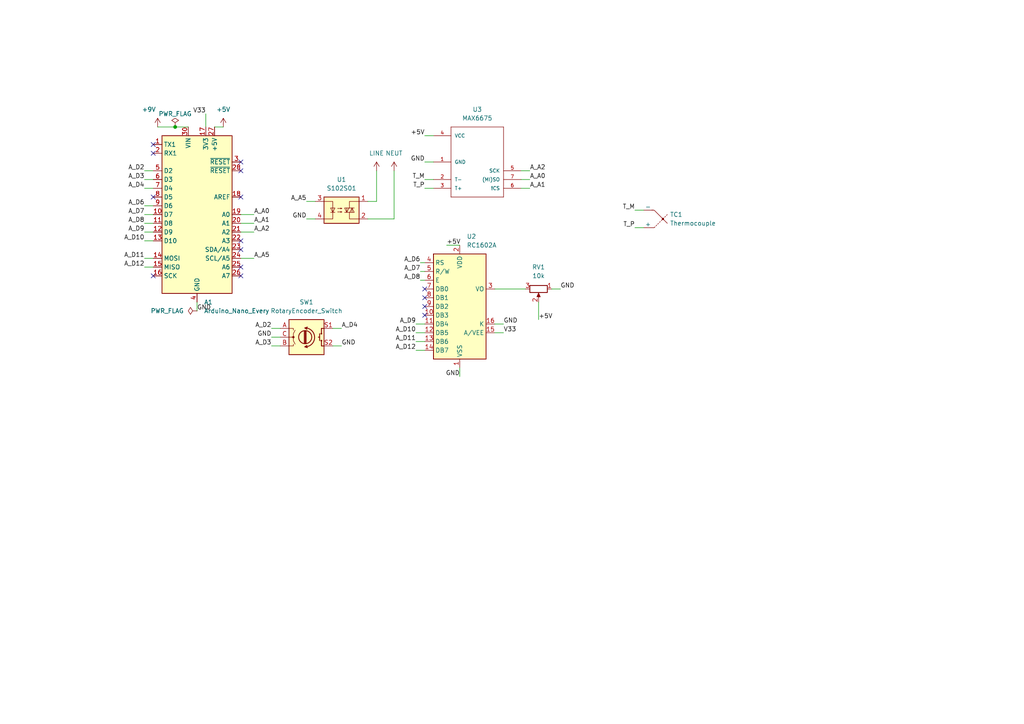
<source format=kicad_sch>
(kicad_sch (version 20211123) (generator eeschema)
  (paper "A4")
  (lib_symbols
    (symbol "Device:R_Potentiometer" (pin_names (offset 1.016) hide)
      (property "Reference" "RV" (at -4.445 0 90))
      (property "Value" "R_Potentiometer" (at -2.54 0 90))
      (symbol "R_Potentiometer_0_1"
        (polyline (pts (xy 2.54 0) (xy 1.524 0)))
        (polyline (pts (xy 1.143 0) (xy 2.286 0.508) (xy 2.286 -0.508) (xy 1.143 0)) (fill (type outline)))
        (rectangle (start 1.016 2.54) (end -1.016 -2.54) (stroke (width 0.254)))
      )
      (symbol "R_Potentiometer_1_1"
        (pin passive line (at 0 3.81 270) (length 1.27) (name "1") (number "1"))
        (pin passive line (at 3.81 0 180) (length 1.27) (name "2") (number "2"))
        (pin passive line (at 0 -3.81 90) (length 1.27) (name "3") (number "3"))
      )
    )
    (symbol "Device:RotaryEncoder_Switch" (pin_names (offset 0.254) hide)
      (property "Reference" "SW" (at 0 6.604 0))
      (property "Value" "RotaryEncoder_Switch" (at 0 -6.604 0))
      (symbol "RotaryEncoder_Switch_0_1"
        (rectangle (start -5.08 5.08) (end 5.08 -5.08) (stroke (width 0.254)) (fill (type background)))
        (circle (center -3.81 0) (radius 0.254) (fill (type outline)))
        (arc (start -0.381 -2.794) (mid 2.3622 -0.0508) (end -0.381 2.667) (stroke (width 0.254)))
        (circle (center -0.381 0) (radius 1.905) (stroke (width 0.254)))
        (polyline (pts (xy -0.635 -1.778) (xy -0.635 1.778)) (stroke (width 0.254)))
        (polyline (pts (xy -0.381 -1.778) (xy -0.381 1.778)) (stroke (width 0.254)))
        (polyline (pts (xy -0.127 1.778) (xy -0.127 -1.778)) (stroke (width 0.254)))
        (polyline (pts (xy 3.81 0) (xy 3.429 0)) (stroke (width 0.254)))
        (polyline (pts (xy 3.81 1.016) (xy 3.81 -1.016)) (stroke (width 0.254)))
        (polyline (pts (xy -5.08 -2.54) (xy -3.81 -2.54) (xy -3.81 -2.032)))
        (polyline (pts (xy -5.08 2.54) (xy -3.81 2.54) (xy -3.81 2.032)))
        (polyline (pts (xy 0.254 -3.048) (xy -0.508 -2.794) (xy 0.127 -2.413)) (stroke (width 0.254)))
        (polyline (pts (xy 0.254 2.921) (xy -0.508 2.667) (xy 0.127 2.286)) (stroke (width 0.254)))
        (polyline (pts (xy 5.08 -2.54) (xy 4.318 -2.54) (xy 4.318 -1.016)) (stroke (width 0.254)))
        (polyline (pts (xy 5.08 2.54) (xy 4.318 2.54) (xy 4.318 1.016)) (stroke (width 0.254)))
        (polyline (pts (xy -5.08 0) (xy -3.81 0) (xy -3.81 -1.016) (xy -3.302 -2.032)))
        (polyline (pts (xy -4.318 0) (xy -3.81 0) (xy -3.81 1.016) (xy -3.302 2.032)))
        (circle (center 4.318 -1.016) (radius 0.127) (stroke (width 0.254)))
        (circle (center 4.318 1.016) (radius 0.127) (stroke (width 0.254)))
      )
      (symbol "RotaryEncoder_Switch_1_1"
        (pin passive line (at -7.62 2.54 0) (length 2.54) (name "A") (number "A"))
        (pin passive line (at -7.62 -2.54 0) (length 2.54) (name "B") (number "B"))
        (pin passive line (at -7.62 0 0) (length 2.54) (name "C") (number "C"))
        (pin passive line (at 7.62 2.54 180) (length 2.54) (name "S1") (number "S1"))
        (pin passive line (at 7.62 -2.54 180) (length 2.54) (name "S2") (number "S2"))
      )
    )
    (symbol "Device:Thermocouple" (pin_numbers hide) (pin_names (offset 0))
      (property "Reference" "TC" (at -3.048 3.81 0))
      (property "Value" "Thermocouple" (at -5.08 -4.064 0))
      (symbol "Thermocouple_0_1"
        (circle (center -3.048 0) (radius 0.254) (fill (type outline)))
        (polyline (pts (xy -4.064 -1.016) (xy -4.318 -1.27)))
        (polyline (pts (xy -3.556 -0.508) (xy -3.81 -0.762)))
        (polyline (pts (xy -3.048 0) (xy -3.302 -0.254)))
        (polyline (pts (xy -2.54 0.508) (xy -2.794 0.254)))
        (polyline (pts (xy -2.032 1.016) (xy -2.286 0.762)))
        (polyline (pts (xy -1.524 1.524) (xy -1.778 1.27)))
        (polyline (pts (xy -1.016 2.032) (xy -1.27 1.778)))
        (polyline (pts (xy -0.508 2.54) (xy -0.762 2.286)))
        (polyline (pts (xy 0 -2.54) (xy -0.254 -2.54)))
        (polyline (pts (xy 0 2.54) (xy -0.508 2.54)))
        (polyline (pts (xy 0.254 -2.54) (xy -0.508 -2.54) (xy -4.318 1.27)))
      )
      (symbol "Thermocouple_1_1"
        (pin passive line (at 2.54 2.54 180) (length 2.54) (name "+") (number "1"))
        (pin passive line (at 2.54 -2.54 180) (length 2.54) (name "-") (number "2"))
      )
    )
    (symbol "Display_Character:RC1602A"
      (property "Reference" "U" (at -6.35 16.51 0))
      (property "Value" "RC1602A" (at 2.794 16.51 0))
      (symbol "RC1602A_0_1"
        (rectangle (start -7.62 15.24) (end 7.62 -15.24) (stroke (width 0.254)) (fill (type background)))
      )
      (symbol "RC1602A_1_1"
        (pin power_in line (at 0 -17.78 90) (length 2.54) (name "VSS") (number "1"))
        (pin bidirectional line (at -10.16 -2.54 0) (length 2.54) (name "DB3") (number "10"))
        (pin bidirectional line (at -10.16 -5.08 0) (length 2.54) (name "DB4") (number "11"))
        (pin bidirectional line (at -10.16 -7.62 0) (length 2.54) (name "DB5") (number "12"))
        (pin bidirectional line (at -10.16 -10.16 0) (length 2.54) (name "DB6") (number "13"))
        (pin bidirectional line (at -10.16 -12.7 0) (length 2.54) (name "DB7") (number "14"))
        (pin power_in line (at 10.16 -7.62 180) (length 2.54) (name "A/VEE") (number "15"))
        (pin power_in line (at 10.16 -5.08 180) (length 2.54) (name "K") (number "16"))
        (pin power_in line (at 0 17.78 270) (length 2.54) (name "VDD") (number "2"))
        (pin power_in line (at 10.16 5.08 180) (length 2.54) (name "VO") (number "3"))
        (pin input line (at -10.16 12.7 0) (length 2.54) (name "RS") (number "4"))
        (pin input line (at -10.16 10.16 0) (length 2.54) (name "R/W") (number "5"))
        (pin input line (at -10.16 7.62 0) (length 2.54) (name "E") (number "6"))
        (pin bidirectional line (at -10.16 5.08 0) (length 2.54) (name "DB0") (number "7"))
        (pin bidirectional line (at -10.16 2.54 0) (length 2.54) (name "DB1") (number "8"))
        (pin bidirectional line (at -10.16 0 0) (length 2.54) (name "DB2") (number "9"))
      )
    )
    (symbol "MCU_Module:Arduino_Nano_Every"
      (property "Reference" "A" (at -10.16 23.495 0))
      (property "Value" "Arduino_Nano_Every" (at 5.08 -24.13 0))
      (symbol "Arduino_Nano_Every_0_1"
        (rectangle (start -10.16 22.86) (end 10.16 -22.86) (stroke (width 0.254)) (fill (type background)))
      )
      (symbol "Arduino_Nano_Every_1_1"
        (pin bidirectional line (at -12.7 20.32 0) (length 2.54) (name "TX1") (number "1"))
        (pin bidirectional line (at -12.7 0 0) (length 2.54) (name "D7") (number "10"))
        (pin bidirectional line (at -12.7 -2.54 0) (length 2.54) (name "D8") (number "11"))
        (pin bidirectional line (at -12.7 -5.08 0) (length 2.54) (name "D9") (number "12"))
        (pin bidirectional line (at -12.7 -7.62 0) (length 2.54) (name "D10") (number "13"))
        (pin bidirectional line (at -12.7 -12.7 0) (length 2.54) (name "MOSI") (number "14"))
        (pin bidirectional line (at -12.7 -15.24 0) (length 2.54) (name "MISO") (number "15"))
        (pin bidirectional line (at -12.7 -17.78 0) (length 2.54) (name "SCK") (number "16"))
        (pin power_out line (at 2.54 25.4 270) (length 2.54) (name "3V3") (number "17"))
        (pin input line (at 12.7 5.08 180) (length 2.54) (name "AREF") (number "18"))
        (pin bidirectional line (at 12.7 0 180) (length 2.54) (name "A0") (number "19"))
        (pin bidirectional line (at -12.7 17.78 0) (length 2.54) (name "RX1") (number "2"))
        (pin bidirectional line (at 12.7 -2.54 180) (length 2.54) (name "A1") (number "20"))
        (pin bidirectional line (at 12.7 -5.08 180) (length 2.54) (name "A2") (number "21"))
        (pin bidirectional line (at 12.7 -7.62 180) (length 2.54) (name "A3") (number "22"))
        (pin bidirectional line (at 12.7 -10.16 180) (length 2.54) (name "SDA/A4") (number "23"))
        (pin bidirectional line (at 12.7 -12.7 180) (length 2.54) (name "SCL/A5") (number "24"))
        (pin bidirectional line (at 12.7 -15.24 180) (length 2.54) (name "A6") (number "25"))
        (pin bidirectional line (at 12.7 -17.78 180) (length 2.54) (name "A7") (number "26"))
        (pin power_out line (at 5.08 25.4 270) (length 2.54) (name "+5V") (number "27"))
        (pin input line (at 12.7 12.7 180) (length 2.54) (name "~{RESET}") (number "28"))
        (pin passive line (at 0 -25.4 90) (length 2.54) hide (name "GND") (number "29"))
        (pin input line (at 12.7 15.24 180) (length 2.54) (name "~{RESET}") (number "3"))
        (pin power_in line (at -2.54 25.4 270) (length 2.54) (name "VIN") (number "30"))
        (pin power_in line (at 0 -25.4 90) (length 2.54) (name "GND") (number "4"))
        (pin bidirectional line (at -12.7 12.7 0) (length 2.54) (name "D2") (number "5"))
        (pin bidirectional line (at -12.7 10.16 0) (length 2.54) (name "D3") (number "6"))
        (pin bidirectional line (at -12.7 7.62 0) (length 2.54) (name "D4") (number "7"))
        (pin bidirectional line (at -12.7 5.08 0) (length 2.54) (name "D5") (number "8"))
        (pin bidirectional line (at -12.7 2.54 0) (length 2.54) (name "D6") (number "9"))
      )
    )
    (symbol "Relay_SolidState:S102S01"
      (property "Reference" "U" (at -5.08 5.08 0))
      (property "Value" "S102S01" (at 0 5.08 0))
      (symbol "S102S01_0_1"
        (rectangle (start -5.08 3.81) (end 5.08 -3.81) (stroke (width 0.254)) (fill (type background)))
        (polyline (pts (xy -3.175 -0.635) (xy -1.905 -0.635)))
        (polyline (pts (xy 1.524 -0.635) (xy 1.524 0.635)))
        (polyline (pts (xy 3.048 0.635) (xy 3.048 -0.635)))
        (polyline (pts (xy 2.286 -0.635) (xy 2.286 -2.54) (xy 5.08 -2.54)))
        (polyline (pts (xy 2.286 0.635) (xy 2.286 2.54) (xy 5.08 2.54)))
        (polyline (pts (xy -5.08 2.54) (xy -2.54 2.54) (xy -2.54 -2.54) (xy -5.08 -2.54)))
        (polyline (pts (xy -2.54 -0.635) (xy -3.175 0.635) (xy -1.905 0.635) (xy -2.54 -0.635)))
        (polyline (pts (xy 0.889 -0.635) (xy 3.683 -0.635) (xy 3.048 0.635) (xy 2.413 -0.635)))
        (polyline (pts (xy 3.683 0.635) (xy 0.889 0.635) (xy 1.524 -0.635) (xy 2.159 0.635)))
        (polyline (pts (xy -1.143 -0.508) (xy 0.127 -0.508) (xy -0.254 -0.635) (xy -0.254 -0.381) (xy 0.127 -0.508)))
        (polyline (pts (xy -1.143 0.508) (xy 0.127 0.508) (xy -0.254 0.381) (xy -0.254 0.635) (xy 0.127 0.508)))
      )
      (symbol "S102S01_1_1"
        (pin passive line (at 7.62 2.54 180) (length 2.54) (name "~") (number "1"))
        (pin passive line (at 7.62 -2.54 180) (length 2.54) (name "~") (number "2"))
        (pin passive line (at -7.62 2.54 0) (length 2.54) (name "~") (number "3"))
        (pin passive line (at -7.62 -2.54 0) (length 2.54) (name "~") (number "4"))
      )
    )
    (symbol "Spark:MAX6675" (pin_names (offset 1.016))
      (property "Reference" "U" (at -7.62 10.16 0))
      (property "Value" "MAX6675" (at -7.62 -12.7 0))
      (symbol "MAX6675_1_0"
        (polyline (pts (xy -7.62 -10.16) (xy 7.62 -10.16)))
        (polyline (pts (xy -7.62 10.16) (xy -7.62 -10.16)))
        (polyline (pts (xy 7.62 -10.16) (xy 7.62 10.16)))
        (polyline (pts (xy 7.62 10.16) (xy -7.62 10.16)))
      )
      (symbol "MAX6675_1_1"
        (pin bidirectional line (at -12.7 0 0) (length 5.08) (name "GND") (number "1"))
        (pin bidirectional line (at -12.7 -5.08 0) (length 5.08) (name "T-") (number "2"))
        (pin bidirectional line (at -12.7 -7.62 0) (length 5.08) (name "T+") (number "3"))
        (pin bidirectional line (at -12.7 7.62 0) (length 5.08) (name "VCC") (number "4"))
        (pin bidirectional line (at 12.7 -2.54 180) (length 5.08) (name "SCK") (number "5"))
        (pin bidirectional line (at 12.7 -7.62 180) (length 5.08) (name "!CS") (number "6"))
        (pin bidirectional line (at 12.7 -5.08 180) (length 5.08) (name "(MI)SO") (number "7"))
      )
    )
    (symbol "power:+5V" (power) (pin_names (offset 0))
      (property "Value" "+5V" (at 0 3.556 0))
      (symbol "+5V_0_1"
        (polyline (pts (xy -0.762 1.27) (xy 0 2.54)))
        (polyline (pts (xy 0 0) (xy 0 2.54)))
        (polyline (pts (xy 0 2.54) (xy 0.762 1.27)))
      )
      (symbol "+5V_1_1"
        (pin power_in line (at 0 0 90) (length 0) hide (name "+5V") (number "1"))
      )
    )
    (symbol "power:+9V" (power) (pin_names (offset 0))
      (property "Value" "+9V" (at 0 3.556 0))
      (symbol "+9V_0_1"
        (polyline (pts (xy -0.762 1.27) (xy 0 2.54)))
        (polyline (pts (xy 0 0) (xy 0 2.54)))
        (polyline (pts (xy 0 2.54) (xy 0.762 1.27)))
      )
      (symbol "+9V_1_1"
        (pin power_in line (at 0 0 90) (length 0) hide (name "+9V") (number "1"))
      )
    )
    (symbol "power:LINE" (power) (pin_names (offset 0))
      (property "Value" "LINE" (at 0 3.81 0))
      (symbol "LINE_0_1"
        (polyline (pts (xy -0.762 1.27) (xy 0 2.54)))
        (polyline (pts (xy 0 0) (xy 0 2.54)))
        (polyline (pts (xy 0 2.54) (xy 0.762 1.27)))
      )
      (symbol "LINE_1_1"
        (pin power_in line (at 0 0 90) (length 0) hide (name "LINE") (number "1"))
      )
    )
    (symbol "power:NEUT" (power) (pin_names (offset 0))
      (property "Value" "NEUT" (at 0 3.81 0))
      (symbol "NEUT_0_1"
        (polyline (pts (xy -0.762 1.27) (xy 0 2.54)))
        (polyline (pts (xy 0 0) (xy 0 2.54)))
        (polyline (pts (xy 0 2.54) (xy 0.762 1.27)))
      )
      (symbol "NEUT_1_1"
        (pin power_in line (at 0 0 90) (length 0) hide (name "NEUT") (number "1"))
      )
    )
    (symbol "power:PWR_FLAG" (power) (pin_numbers hide) (pin_names (offset 0) hide)
      (property "Value" "PWR_FLAG" (at 0 3.81 0))
      (symbol "PWR_FLAG_0_0"
        (pin power_out line (at 0 0 90) (length 0) (name "pwr") (number "1"))
      )
      (symbol "PWR_FLAG_0_1"
        (polyline (pts (xy 0 0) (xy 0 1.27) (xy -1.016 1.905) (xy 0 2.54) (xy 1.016 1.905) (xy 0 1.27)))
      )
    )
  )
  (junction (at 50.8 36.83))
  (no_connect (at 69.85 80.01))
  (no_connect (at 69.85 77.47))
  (no_connect (at 123.19 88.9))
  (no_connect (at 44.45 57.15))
  (no_connect (at 44.45 41.91))
  (no_connect (at 69.85 46.99))
  (no_connect (at 123.19 86.36))
  (no_connect (at 44.45 80.01))
  (no_connect (at 44.45 44.45))
  (no_connect (at 69.85 72.39))
  (no_connect (at 123.19 83.82))
  (no_connect (at 69.85 49.53))
  (no_connect (at 69.85 57.15))
  (no_connect (at 69.85 69.85))
  (no_connect (at 123.19 91.44))
  (wire (pts (xy 62.23 36.83) (xy 64.77 36.83)))
  (wire (pts (xy 151.13 52.07) (xy 153.67 52.07)))
  (wire (pts (xy 160.02 83.82) (xy 162.56 83.82)))
  (wire (pts (xy 109.22 49.53) (xy 109.22 58.42)))
  (wire (pts (xy 121.92 76.2) (xy 123.19 76.2)))
  (wire (pts (xy 106.68 63.5) (xy 114.3 63.5)))
  (wire (pts (xy 96.52 95.25) (xy 99.06 95.25)))
  (wire (pts (xy 184.15 60.96) (xy 186.69 60.96)))
  (wire (pts (xy 143.51 96.52) (xy 146.05 96.52)))
  (wire (pts (xy 156.21 87.63) (xy 156.21 92.71)))
  (wire (pts (xy 143.51 93.98) (xy 146.05 93.98)))
  (wire (pts (xy 120.65 96.52) (xy 123.19 96.52)))
  (wire (pts (xy 41.91 74.93) (xy 44.45 74.93)))
  (wire (pts (xy 41.91 49.53) (xy 44.45 49.53)))
  (wire (pts (xy 78.74 95.25) (xy 81.28 95.25)))
  (wire (pts (xy 69.85 64.77) (xy 73.66 64.77)))
  (wire (pts (xy 123.19 52.07) (xy 125.73 52.07)))
  (wire (pts (xy 88.9 63.5) (xy 91.44 63.5)))
  (wire (pts (xy 88.9 58.42) (xy 91.44 58.42)))
  (wire (pts (xy 41.91 59.69) (xy 44.45 59.69)))
  (wire (pts (xy 120.65 99.06) (xy 123.19 99.06)))
  (wire (pts (xy 41.91 69.85) (xy 44.45 69.85)))
  (wire (pts (xy 41.91 77.47) (xy 44.45 77.47)))
  (wire (pts (xy 151.13 54.61) (xy 153.67 54.61)))
  (wire (pts (xy 41.91 62.23) (xy 44.45 62.23)))
  (wire (pts (xy 41.91 64.77) (xy 44.45 64.77)))
  (wire (pts (xy 50.8 36.83) (xy 54.61 36.83)))
  (wire (pts (xy 41.91 67.31) (xy 44.45 67.31)))
  (wire (pts (xy 59.69 33.02) (xy 59.69 36.83)))
  (wire (pts (xy 41.91 52.07) (xy 44.45 52.07)))
  (wire (pts (xy 184.15 66.04) (xy 186.69 66.04)))
  (wire (pts (xy 96.52 100.33) (xy 99.06 100.33)))
  (wire (pts (xy 78.74 100.33) (xy 81.28 100.33)))
  (wire (pts (xy 78.74 97.79) (xy 81.28 97.79)))
  (wire (pts (xy 69.85 62.23) (xy 73.66 62.23)))
  (wire (pts (xy 106.68 58.42) (xy 109.22 58.42)))
  (wire (pts (xy 123.19 46.99) (xy 125.73 46.99)))
  (wire (pts (xy 143.51 83.82) (xy 152.4 83.82)))
  (wire (pts (xy 121.92 78.74) (xy 123.19 78.74)))
  (wire (pts (xy 69.85 74.93) (xy 73.66 74.93)))
  (wire (pts (xy 123.19 39.37) (xy 125.73 39.37)))
  (wire (pts (xy 129.54 71.12) (xy 133.35 71.12)))
  (wire (pts (xy 123.19 54.61) (xy 125.73 54.61)))
  (wire (pts (xy 45.72 36.83) (xy 50.8 36.83)))
  (wire (pts (xy 133.35 109.22) (xy 133.35 106.68)))
  (wire (pts (xy 120.65 101.6) (xy 123.19 101.6)))
  (wire (pts (xy 121.92 81.28) (xy 123.19 81.28)))
  (wire (pts (xy 57.15 87.63) (xy 57.15 90.17)))
  (wire (pts (xy 120.65 93.98) (xy 123.19 93.98)))
  (wire (pts (xy 151.13 49.53) (xy 153.67 49.53)))
  (wire (pts (xy 69.85 67.31) (xy 73.66 67.31)))
  (wire (pts (xy 114.3 63.5) (xy 114.3 49.53)))
  (wire (pts (xy 41.91 54.61) (xy 44.45 54.61)))
  (label "A_D2" (at 41.91 49.53 180))
  (label "T_M" (at 123.19 52.07 180))
  (label "GND" (at 162.56 83.82 0))
  (label "GND" (at 88.9 63.5 180))
  (label "A_D10" (at 120.65 96.52 180))
  (label "GND" (at 78.74 97.79 180))
  (label "A_D12" (at 41.91 77.47 180))
  (label "+5V" (at 156.21 92.71 0))
  (label "A_D12" (at 120.65 101.6 180))
  (label "A_D6" (at 41.91 59.69 180))
  (label "A_A5" (at 88.9 58.42 180))
  (label "T_P" (at 184.15 66.04 180))
  (label "A_D9" (at 41.91 67.31 180))
  (label "A_A0" (at 73.66 62.23 0))
  (label "A_A2" (at 153.67 49.53 0))
  (label "A_D11" (at 41.91 74.93 180))
  (label "A_A1" (at 73.66 64.77 0))
  (label "GND" (at 123.19 46.99 180))
  (label "V33" (at 146.05 96.52 0))
  (label "A_A2" (at 73.66 67.31 0))
  (label "A_D7" (at 121.92 78.74 180))
  (label "+5V" (at 129.54 71.12 0))
  (label "A_D4" (at 41.91 54.61 180))
  (label "+5V" (at 123.19 39.37 180))
  (label "A_D3" (at 41.91 52.07 180))
  (label "GND" (at 57.15 90.17 0))
  (label "A_D4" (at 99.06 95.25 0))
  (label "V33" (at 59.69 33.02 180))
  (label "A_A0" (at 153.67 52.07 0))
  (label "A_D9" (at 120.65 93.98 180))
  (label "A_D7" (at 41.91 62.23 180))
  (label "A_D8" (at 121.92 81.28 180))
  (label "A_A1" (at 153.67 54.61 0))
  (label "T_M" (at 184.15 60.96 180))
  (label "A_D6" (at 121.92 76.2 180))
  (label "GND" (at 99.06 100.33 0))
  (label "T_P" (at 123.19 54.61 180))
  (label "A_D2" (at 78.74 95.25 180))
  (label "A_D10" (at 41.91 69.85 180))
  (label "A_D8" (at 41.91 64.77 180))
  (label "GND" (at 146.05 93.98 0))
  (label "A_D11" (at 120.65 99.06 180))
  (label "A_A5" (at 73.66 74.93 0))
  (label "A_D3" (at 78.74 100.33 180))
  (label "GND" (at 133.35 109.22 180))
  (symbol (lib_id "Device:Thermocouple") (at 189.23 63.5 180) (unit 1)
    (property "Reference" "TC1" (at 194.31 62.2299 0) (effects (justify right)))
    (property "Value" "Thermocouple" (at 194.31 64.7699 0) (effects (justify right)))
  )
  (symbol (lib_id "Device:RotaryEncoder_Switch") (at 88.9 97.79 0) (unit 1)
    (property "Reference" "SW1" (at 88.9 87.63 0))
    (property "Value" "RotaryEncoder_Switch" (at 88.9 90.17 0))
  )
  (symbol (lib_id "power:PWR_FLAG") (at 57.15 90.17 90) (unit 1)
    (property "Reference" "#FLG0101" (effects hide))
    (property "Value" "PWR_FLAG" (at 53.34 90.1699 90) (effects (justify left)))
  )
  (symbol (lib_id "power:+5V") (at 64.77 36.83 0) (unit 1)
    (property "Reference" "#PWR0104" (effects hide))
    (property "Value" "+5V" (at 64.77 31.75 0))
  )
  (symbol (lib_id "power:+9V") (at 45.72 36.83 0) (unit 1)
    (property "Reference" "#PWR0103" (effects hide))
    (property "Value" "+9V" (at 43.18 31.75 0))
  )
  (symbol (lib_id "Relay_SolidState:S102S01") (at 99.06 60.96 0) (unit 1)
    (property "Reference" "U1" (at 99.06 52.07 0))
    (property "Value" "S102S01" (at 99.06 54.61 0))
    (property "Footprint" "Package_SIP:SIP4_Sharp-SSR_P7.62mm_Straight" (effects hide))
    (property "Datasheet" "http://www.sharp-world.com/products/device/lineup/data/pdf/datasheet/s102s01_e.pdf" (effects hide))
  )
  (symbol (lib_id "power:NEUT") (at 114.3 49.53 0) (unit 1)
    (property "Reference" "#PWR0102" (effects hide))
    (property "Value" "NEUT" (at 114.3 44.45 0))
  )
  (symbol (lib_id "Display_Character:RC1602A") (at 133.35 88.9 0) (unit 1)
    (property "Reference" "U2" (at 135.3694 68.58 0) (effects (justify left)))
    (property "Value" "RC1602A" (at 135.3694 71.12 0) (effects (justify left)))
    (property "Footprint" "Display:RC1602A" (effects hide))
    (property "Datasheet" "http://www.raystar-optronics.com/down.php?ProID=18" (effects hide))
  )
  (symbol (lib_id "Device:R_Potentiometer") (at 156.21 83.82 270) (unit 1)
    (property "Reference" "RV1" (at 156.21 77.47 90))
    (property "Value" "10k" (at 156.21 80.01 90))
  )
  (symbol (lib_id "power:LINE") (at 109.22 49.53 0) (unit 1)
    (property "Reference" "#PWR0101" (effects hide))
    (property "Value" "LINE" (at 109.22 44.45 0))
  )
  (symbol (lib_id "power:PWR_FLAG") (at 50.8 36.83 0) (unit 1)
    (property "Reference" "#FLG0102" (effects hide))
    (property "Value" "PWR_FLAG" (at 50.8 33.02 0))
  )
  (symbol (lib_id "Spark:MAX6675") (at 138.43 46.99 0) (unit 1)
    (property "Reference" "U3" (at 138.43 31.75 0))
    (property "Value" "MAX6675" (at 138.43 34.29 0))
    (property "Footprint" "SOIC8" (effects hide))
  )
  (symbol (lib_id "MCU_Module:Arduino_Nano_Every") (at 57.15 62.23 0) (unit 1)
    (property "Reference" "A1" (at 59.1694 87.63 0) (effects (justify left)))
    (property "Value" "Arduino_Nano_Every" (at 59.1694 90.17 0) (effects (justify left)))
    (property "Footprint" "Module:Arduino_Nano" (effects hide))
    (property "Datasheet" "https://content.arduino.cc/assets/NANOEveryV3.0_sch.pdf" (effects hide))
  )
)
</source>
